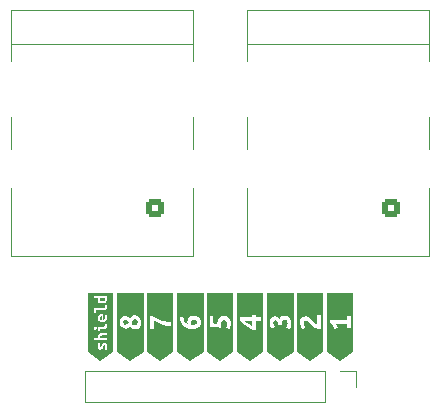
<source format=gto>
%TF.GenerationSoftware,KiCad,Pcbnew,(6.0.7)*%
%TF.CreationDate,2022-08-03T23:31:13+02:00*%
%TF.ProjectId,rj45-pinheader-breakout,726a3435-2d70-4696-9e68-65616465722d,rev?*%
%TF.SameCoordinates,Original*%
%TF.FileFunction,Legend,Top*%
%TF.FilePolarity,Positive*%
%FSLAX46Y46*%
G04 Gerber Fmt 4.6, Leading zero omitted, Abs format (unit mm)*
G04 Created by KiCad (PCBNEW (6.0.7)) date 2022-08-03 23:31:13*
%MOMM*%
%LPD*%
G01*
G04 APERTURE LIST*
G04 Aperture macros list*
%AMRoundRect*
0 Rectangle with rounded corners*
0 $1 Rounding radius*
0 $2 $3 $4 $5 $6 $7 $8 $9 X,Y pos of 4 corners*
0 Add a 4 corners polygon primitive as box body*
4,1,4,$2,$3,$4,$5,$6,$7,$8,$9,$2,$3,0*
0 Add four circle primitives for the rounded corners*
1,1,$1+$1,$2,$3*
1,1,$1+$1,$4,$5*
1,1,$1+$1,$6,$7*
1,1,$1+$1,$8,$9*
0 Add four rect primitives between the rounded corners*
20,1,$1+$1,$2,$3,$4,$5,0*
20,1,$1+$1,$4,$5,$6,$7,0*
20,1,$1+$1,$6,$7,$8,$9,0*
20,1,$1+$1,$8,$9,$2,$3,0*%
G04 Aperture macros list end*
%ADD10C,0.120000*%
%ADD11R,1.700000X1.700000*%
%ADD12O,1.700000X1.700000*%
%ADD13C,3.250000*%
%ADD14RoundRect,0.250500X0.499500X0.499500X-0.499500X0.499500X-0.499500X-0.499500X0.499500X-0.499500X0*%
%ADD15C,1.500000*%
%ADD16C,2.500000*%
%ADD17O,2.500000X4.000000*%
G04 APERTURE END LIST*
G36*
X132850000Y-95297256D02*
G01*
X131761240Y-94571415D01*
X131761240Y-94034840D01*
X132626956Y-94034840D01*
X132631520Y-94113025D01*
X132645212Y-94179303D01*
X132696012Y-94278522D01*
X132770625Y-94335672D01*
X132860319Y-94353928D01*
X132957950Y-94330115D01*
X133022244Y-94269790D01*
X133064312Y-94188828D01*
X133093681Y-94101515D01*
X133112731Y-94043572D01*
X133132575Y-93994359D01*
X133157181Y-93961022D01*
X133192106Y-93949115D01*
X133234175Y-93987215D01*
X133244494Y-94096753D01*
X133225444Y-94224547D01*
X133184169Y-94342815D01*
X133347681Y-94372978D01*
X133387369Y-94263440D01*
X133404037Y-94188034D01*
X133409594Y-94098340D01*
X133405228Y-94010631D01*
X133392131Y-93938003D01*
X133344506Y-93832434D01*
X133273069Y-93774490D01*
X133185756Y-93757028D01*
X133086537Y-93780840D01*
X133019862Y-93841959D01*
X132976206Y-93925303D01*
X132944456Y-94014203D01*
X132924612Y-94070559D01*
X132903181Y-94116597D01*
X132878575Y-94148347D01*
X132847619Y-94160253D01*
X132808725Y-94134059D01*
X132790469Y-94033253D01*
X132808725Y-93904665D01*
X132834919Y-93820528D01*
X132669819Y-93790365D01*
X132638069Y-93899109D01*
X132629734Y-93964395D01*
X132626956Y-94034840D01*
X131761240Y-94034840D01*
X131761240Y-93369678D01*
X132290406Y-93369678D01*
X132323744Y-93564940D01*
X133392131Y-93564940D01*
X133392131Y-93369678D01*
X132817456Y-93369678D01*
X132806344Y-93327609D01*
X132799994Y-93274428D01*
X132846031Y-93183940D01*
X132906753Y-93166081D01*
X132996844Y-93160128D01*
X133392131Y-93160128D01*
X133392131Y-92964865D01*
X132971444Y-92964865D01*
X132898617Y-92968437D01*
X132832537Y-92979153D01*
X132724587Y-93026778D01*
X132654737Y-93115678D01*
X132636283Y-93177987D01*
X132630131Y-93253790D01*
X132637275Y-93312528D01*
X132652356Y-93369678D01*
X132290406Y-93369678D01*
X131761240Y-93369678D01*
X131761240Y-92814053D01*
X132646006Y-92814053D01*
X132807931Y-92814053D01*
X132807931Y-92607678D01*
X133082569Y-92607678D01*
X133155991Y-92604503D01*
X133220681Y-92594978D01*
X133323075Y-92551322D01*
X133387369Y-92468772D01*
X133404037Y-92411026D01*
X133409594Y-92340978D01*
X133399275Y-92243347D01*
X133360381Y-92129840D01*
X133203219Y-92155240D01*
X133232587Y-92240965D01*
X133239731Y-92306053D01*
X133207187Y-92387809D01*
X133107969Y-92412415D01*
X132646006Y-92412415D01*
X132646006Y-92814053D01*
X131761240Y-92814053D01*
X131761240Y-92544178D01*
X132306281Y-92544178D01*
X132339619Y-92630697D01*
X132431694Y-92666415D01*
X132522181Y-92630697D01*
X132555519Y-92544178D01*
X132522181Y-92456865D01*
X132431694Y-92420353D01*
X132339619Y-92456865D01*
X132306281Y-92544178D01*
X131761240Y-92544178D01*
X131761240Y-91675815D01*
X132626956Y-91675815D01*
X132633306Y-91741697D01*
X132652356Y-91805990D01*
X132683908Y-91865918D01*
X132727762Y-91918703D01*
X132783920Y-91963153D01*
X132852381Y-91998078D01*
X132932947Y-92020700D01*
X133025419Y-92028240D01*
X133114716Y-92021097D01*
X133192106Y-91999665D01*
X133257789Y-91964939D01*
X133311962Y-91917909D01*
X133354428Y-91859172D01*
X133384987Y-91789322D01*
X133403442Y-91708954D01*
X133409594Y-91618665D01*
X133397687Y-91490078D01*
X133368319Y-91382128D01*
X133201631Y-91409115D01*
X133227031Y-91498809D01*
X133239731Y-91610728D01*
X133229214Y-91697247D01*
X133197662Y-91766303D01*
X133147855Y-91811547D01*
X133082569Y-91826628D01*
X133082569Y-91342440D01*
X133049231Y-91340059D01*
X133009544Y-91339265D01*
X132894626Y-91348790D01*
X132799641Y-91377365D01*
X132724587Y-91424990D01*
X132670348Y-91490960D01*
X132637804Y-91574568D01*
X132626956Y-91675815D01*
X131761240Y-91675815D01*
X131761240Y-91226553D01*
X132299931Y-91226553D01*
X132461856Y-91226553D01*
X132461856Y-91020178D01*
X133095269Y-91020178D01*
X133230802Y-91004700D01*
X133329425Y-90958265D01*
X133389552Y-90878097D01*
X133409594Y-90761415D01*
X133403244Y-90673309D01*
X133388163Y-90607428D01*
X133371494Y-90563772D01*
X133360381Y-90542340D01*
X133203219Y-90567740D01*
X133223856Y-90620128D01*
X133239731Y-90718553D01*
X133212744Y-90794753D01*
X133109556Y-90824915D01*
X132299931Y-90824915D01*
X132299931Y-91226553D01*
X131761240Y-91226553D01*
X131761240Y-89807328D01*
X132290406Y-89807328D01*
X132323744Y-90002590D01*
X132663469Y-90002590D01*
X132638862Y-90069265D01*
X132630131Y-90147053D01*
X132641861Y-90237452D01*
X132677051Y-90311800D01*
X132735700Y-90370097D01*
X132814634Y-90411989D01*
X132910678Y-90437124D01*
X133023831Y-90445503D01*
X133134956Y-90435537D01*
X133229148Y-90405639D01*
X133306406Y-90355809D01*
X133363733Y-90286576D01*
X133398128Y-90198470D01*
X133409594Y-90091490D01*
X133406816Y-90016084D01*
X133398481Y-89939090D01*
X133385781Y-89867256D01*
X133369906Y-89807328D01*
X132290406Y-89807328D01*
X131761240Y-89807328D01*
X131761240Y-89542744D01*
X133938760Y-89542744D01*
X133938760Y-94571415D01*
X132850000Y-95297256D01*
G37*
G36*
X133239731Y-90045453D02*
G01*
X133241319Y-90089903D01*
X133225444Y-90161142D01*
X133177819Y-90209759D01*
X133105191Y-90237739D01*
X133014306Y-90247065D01*
X132921834Y-90239128D01*
X132853969Y-90215315D01*
X132812297Y-90174040D01*
X132798406Y-90113715D01*
X132807137Y-90053390D01*
X132828569Y-90002590D01*
X133234969Y-90002590D01*
X133239731Y-90045453D01*
G37*
G36*
X132947631Y-91826628D02*
G01*
X132888894Y-91813134D01*
X132838094Y-91784559D01*
X132803169Y-91738522D01*
X132790469Y-91672640D01*
X132803962Y-91605965D01*
X132839681Y-91561515D01*
X132889687Y-91536115D01*
X132947631Y-91528178D01*
X132947631Y-91826628D01*
G37*
G36*
X135390000Y-95295817D02*
G01*
X134259766Y-94542328D01*
X134259766Y-92039088D01*
X134491277Y-92039088D01*
X134503084Y-92182162D01*
X134538505Y-92300232D01*
X134657964Y-92469698D01*
X134820484Y-92562765D01*
X134994117Y-92591935D01*
X135194142Y-92547485D01*
X135285820Y-92483588D01*
X135371942Y-92380798D01*
X135467440Y-92494006D01*
X135576134Y-92572488D01*
X135695246Y-92618327D01*
X135821998Y-92633607D01*
X136017856Y-92591935D01*
X136165097Y-92473865D01*
X136256775Y-92290509D01*
X136280736Y-92177647D01*
X136288723Y-92052979D01*
X136277611Y-91899487D01*
X136244273Y-91772388D01*
X136131759Y-91587643D01*
X135977573Y-91484852D01*
X135808108Y-91452904D01*
X135683092Y-91469225D01*
X135569189Y-91518190D01*
X135465009Y-91606742D01*
X135369164Y-91741829D01*
X135282000Y-91633482D01*
X135176084Y-91558473D01*
X135059750Y-91514717D01*
X134941333Y-91500132D01*
X134756587Y-91536595D01*
X134613514Y-91645984D01*
X134521836Y-91817185D01*
X134491277Y-92039088D01*
X134259766Y-92039088D01*
X134259766Y-89544183D01*
X136520234Y-89544183D01*
X136520234Y-94542328D01*
X135390000Y-95295817D01*
G37*
G36*
X135945625Y-91848787D02*
G01*
X136005355Y-92047423D01*
X135948403Y-92234946D01*
X135780327Y-92314123D01*
X135628919Y-92272451D01*
X135485845Y-92152991D01*
X135559466Y-91980748D01*
X135628919Y-91862677D01*
X135705317Y-91796002D01*
X135802552Y-91775166D01*
X135945625Y-91848787D01*
G37*
G36*
X135117744Y-91858510D02*
G01*
X135258039Y-91980748D01*
X135192753Y-92117570D01*
X135130245Y-92205776D01*
X134971892Y-92269673D01*
X134824652Y-92201609D01*
X134774645Y-92044644D01*
X134823262Y-91887680D01*
X134969114Y-91822394D01*
X135117744Y-91858510D01*
G37*
G36*
X137930000Y-95282852D02*
G01*
X136838660Y-94555292D01*
X136838660Y-92617401D01*
X137070170Y-92617401D01*
X137353539Y-92617401D01*
X137353539Y-91895089D01*
X137490709Y-91972182D01*
X137652187Y-92053442D01*
X137831029Y-92133660D01*
X138020289Y-92207628D01*
X138215800Y-92273261D01*
X138413394Y-92328476D01*
X138606821Y-92368064D01*
X138789830Y-92386817D01*
X138789830Y-92039551D01*
X138567232Y-92014201D01*
X138343941Y-91965931D01*
X138126900Y-91901339D01*
X137923055Y-91827025D01*
X137736226Y-91745417D01*
X137570233Y-91658948D01*
X137432021Y-91573521D01*
X137328536Y-91495039D01*
X137070170Y-91495039D01*
X137070170Y-92617401D01*
X136838660Y-92617401D01*
X136838660Y-89557148D01*
X139021340Y-89557148D01*
X139021340Y-94555292D01*
X137930000Y-95282852D01*
G37*
G36*
X140470000Y-95290724D02*
G01*
X139355046Y-94547421D01*
X139355046Y-91580235D01*
X139586556Y-91580235D01*
X139603225Y-91803179D01*
X139653231Y-92005288D01*
X139735880Y-92183088D01*
X139850478Y-92333106D01*
X139996330Y-92453608D01*
X140172741Y-92542855D01*
X140379016Y-92598070D01*
X140614463Y-92616475D01*
X140845819Y-92599652D01*
X141032416Y-92549183D01*
X141174255Y-92465067D01*
X141273804Y-92348849D01*
X141333534Y-92202072D01*
X141353444Y-92024735D01*
X141339900Y-91892774D01*
X141299270Y-91780260D01*
X141158975Y-91610794D01*
X140970063Y-91512170D01*
X140767259Y-91480222D01*
X140556122Y-91509392D01*
X140381100Y-91605238D01*
X140261641Y-91776092D01*
X140228303Y-91891732D01*
X140217191Y-92030291D01*
X140229692Y-92119191D01*
X140264419Y-92221981D01*
X140083841Y-92126136D01*
X139965770Y-91971950D01*
X139900484Y-91777481D01*
X139878259Y-91560788D01*
X139586556Y-91580235D01*
X139355046Y-91580235D01*
X139355046Y-89549276D01*
X141584954Y-89549276D01*
X141584954Y-94547421D01*
X140470000Y-95290724D01*
G37*
G36*
X140870050Y-91826099D02*
G01*
X140961728Y-91864992D01*
X141031181Y-91933056D01*
X141058963Y-92033069D01*
X141024236Y-92153917D01*
X140931169Y-92230316D01*
X140799208Y-92269210D01*
X140645022Y-92280322D01*
X140592238Y-92278933D01*
X140542231Y-92274766D01*
X140511672Y-92183088D01*
X140500559Y-92074741D01*
X140518270Y-91951809D01*
X140571402Y-91871938D01*
X140772816Y-91813597D01*
X140870050Y-91826099D01*
G37*
G36*
X143010000Y-95288872D02*
G01*
X141900602Y-94549273D01*
X141900602Y-92419691D01*
X142132112Y-92419691D01*
X142344292Y-92430109D01*
X142564111Y-92444694D01*
X142790181Y-92464141D01*
X143021112Y-92489144D01*
X143027016Y-92298148D01*
X143044727Y-92147435D01*
X143111402Y-91946021D01*
X143214192Y-91851565D01*
X143346153Y-91827951D01*
X143437831Y-91841841D01*
X143517008Y-91893237D01*
X143573959Y-91996027D01*
X143596184Y-92161326D01*
X143589934Y-92291203D01*
X143571181Y-92397466D01*
X143515619Y-92553041D01*
X143798987Y-92622494D01*
X143829547Y-92543318D01*
X143858717Y-92428026D01*
X143879553Y-92294676D01*
X143887887Y-92158548D01*
X143877470Y-91999500D01*
X143846216Y-91861288D01*
X143796209Y-91743912D01*
X143729534Y-91647373D01*
X143553123Y-91519579D01*
X143332262Y-91477907D01*
X143171131Y-91496736D01*
X143035929Y-91553225D01*
X142926656Y-91647373D01*
X142843930Y-91779797D01*
X142788367Y-91951114D01*
X142759969Y-92161326D01*
X142601616Y-92147435D01*
X142415481Y-92133544D01*
X142415481Y-91541804D01*
X142132112Y-91541804D01*
X142132112Y-92419691D01*
X141900602Y-92419691D01*
X141900602Y-89551128D01*
X144119398Y-89551128D01*
X144119398Y-94549273D01*
X143010000Y-95288872D01*
G37*
G36*
X145550000Y-95282852D02*
G01*
X144458660Y-94555292D01*
X144458660Y-91925648D01*
X144690170Y-91925648D01*
X144808588Y-92036773D01*
X144941591Y-92147898D01*
X145082928Y-92256245D01*
X145226348Y-92359036D01*
X145369075Y-92454881D01*
X145508328Y-92542392D01*
X145638553Y-92618096D01*
X145754192Y-92678520D01*
X146004223Y-92678520D01*
X146004223Y-91961764D01*
X146409830Y-91961764D01*
X146409830Y-91620054D01*
X146004223Y-91620054D01*
X146004223Y-91433920D01*
X145723633Y-91433920D01*
X145723633Y-91620054D01*
X144690170Y-91620054D01*
X144690170Y-91925648D01*
X144458660Y-91925648D01*
X144458660Y-89557148D01*
X146641340Y-89557148D01*
X146641340Y-94555292D01*
X145550000Y-95282852D01*
G37*
G36*
X145723633Y-92350701D02*
G01*
X145565280Y-92267357D01*
X145405537Y-92168734D01*
X145254130Y-92064554D01*
X145118002Y-91961764D01*
X145723633Y-91961764D01*
X145723633Y-92350701D01*
G37*
G36*
X148090000Y-95295354D02*
G01*
X146961155Y-94542791D01*
X146961155Y-92104837D01*
X147192666Y-92104837D01*
X147205514Y-92252425D01*
X147244061Y-92384039D01*
X147345462Y-92582675D01*
X147595494Y-92460437D01*
X147516317Y-92295139D01*
X147484369Y-92102059D01*
X147538542Y-91945095D01*
X147687172Y-91888143D01*
X147792741Y-91914536D01*
X147859416Y-91982600D01*
X147895531Y-92077056D01*
X147906644Y-92182625D01*
X147906644Y-92310418D01*
X148190012Y-92310418D01*
X148190012Y-92204850D01*
X148203556Y-92052747D01*
X148244186Y-91929815D01*
X148318848Y-91848555D01*
X148434487Y-91821468D01*
X148620622Y-91892311D01*
X148676879Y-91989198D01*
X148695631Y-92138175D01*
X148687991Y-92269788D01*
X148665072Y-92381261D01*
X148606731Y-92546559D01*
X148892878Y-92613234D01*
X148923438Y-92527112D01*
X148953997Y-92406264D01*
X148977611Y-92270136D01*
X148987334Y-92135397D01*
X148977264Y-91974960D01*
X148947052Y-91838137D01*
X148898434Y-91724234D01*
X148833148Y-91632556D01*
X148659516Y-91513097D01*
X148440044Y-91474203D01*
X148300443Y-91492608D01*
X148181678Y-91547823D01*
X148086527Y-91636376D01*
X148017769Y-91754793D01*
X147873306Y-91599218D01*
X147676059Y-91540878D01*
X147484369Y-91574215D01*
X147330183Y-91677006D01*
X147228781Y-91853417D01*
X147201695Y-91969751D01*
X147192666Y-92104837D01*
X146961155Y-92104837D01*
X146961155Y-89544646D01*
X149218845Y-89544646D01*
X149218845Y-94542791D01*
X148090000Y-95295354D01*
G37*
G36*
X150630000Y-95289335D02*
G01*
X149519213Y-94548810D01*
X149519213Y-92084464D01*
X149750723Y-92084464D01*
X149764614Y-92229274D01*
X149806286Y-92374778D01*
X149877128Y-92511948D01*
X149978530Y-92631755D01*
X150217448Y-92462289D01*
X150086877Y-92287267D01*
X150047983Y-92117802D01*
X150104934Y-91956670D01*
X150267455Y-91892774D01*
X150414695Y-91944169D01*
X150564714Y-92074741D01*
X150644238Y-92156695D01*
X150727234Y-92244206D01*
X150815440Y-92331717D01*
X150910591Y-92413672D01*
X151013729Y-92485903D01*
X151125895Y-92544244D01*
X151248133Y-92582790D01*
X151381483Y-92595639D01*
X151439823Y-92597028D01*
X151509277Y-92590083D01*
X151509277Y-91467720D01*
X151225908Y-91467720D01*
X151225908Y-92206702D01*
X151134230Y-92177531D01*
X151035606Y-92106689D01*
X150941150Y-92017789D01*
X150861973Y-91934445D01*
X150723067Y-91792761D01*
X150573048Y-91667745D01*
X150413306Y-91578845D01*
X150242452Y-91545508D01*
X150027147Y-91589958D01*
X149872961Y-91709417D01*
X149781283Y-91881661D01*
X149750723Y-92084464D01*
X149519213Y-92084464D01*
X149519213Y-89550665D01*
X151740787Y-89550665D01*
X151740787Y-94548810D01*
X150630000Y-95289335D01*
G37*
G36*
X153170000Y-95282852D02*
G01*
X152078660Y-94555292D01*
X152078660Y-92060387D01*
X152310170Y-92060387D01*
X152418517Y-92179847D01*
X152518530Y-92327087D01*
X152604652Y-92482662D01*
X152668548Y-92627125D01*
X152951917Y-92516000D01*
X152883853Y-92346534D01*
X152785230Y-92168734D01*
X153746461Y-92168734D01*
X153746461Y-92529890D01*
X154029830Y-92529890D01*
X154029830Y-91485315D01*
X153746461Y-91485315D01*
X153746461Y-91827025D01*
X152310170Y-91827025D01*
X152310170Y-92060387D01*
X152078660Y-92060387D01*
X152078660Y-89557148D01*
X154261340Y-89557148D01*
X154261340Y-94555292D01*
X153170000Y-95282852D01*
G37*
D10*
X151890000Y-96170000D02*
X151890000Y-98830000D01*
X151890000Y-98830000D02*
X131510000Y-98830000D01*
X153160000Y-96170000D02*
X154490000Y-96170000D01*
X131510000Y-96170000D02*
X131510000Y-98830000D01*
X151890000Y-96170000D02*
X131510000Y-96170000D01*
X154490000Y-96170000D02*
X154490000Y-97500000D01*
X140700000Y-69900000D02*
X140700000Y-65600000D01*
X140700000Y-77400000D02*
X140700000Y-74650000D01*
X140700000Y-86400000D02*
X125300000Y-86400000D01*
X125300000Y-68500000D02*
X140700000Y-68500000D01*
X140700000Y-65600000D02*
X125300000Y-65600000D01*
X125300000Y-77400000D02*
X125300000Y-74650000D01*
X125300000Y-65600000D02*
X125300000Y-69900000D01*
X140700000Y-86400000D02*
X140700000Y-80650000D01*
X125300000Y-86400000D02*
X125300000Y-80650000D01*
X160700000Y-69900000D02*
X160700000Y-65600000D01*
X145300000Y-77400000D02*
X145300000Y-74650000D01*
X160700000Y-65600000D02*
X145300000Y-65600000D01*
X160700000Y-86400000D02*
X145300000Y-86400000D01*
X160700000Y-77400000D02*
X160700000Y-74650000D01*
X145300000Y-86400000D02*
X145300000Y-80650000D01*
X145300000Y-68500000D02*
X160700000Y-68500000D01*
X145300000Y-65600000D02*
X145300000Y-69900000D01*
X160700000Y-86400000D02*
X160700000Y-80650000D01*
%LPC*%
D11*
X153160000Y-97500000D03*
D12*
X150620000Y-97500000D03*
X148080000Y-97500000D03*
X145540000Y-97500000D03*
X143000000Y-97500000D03*
X140460000Y-97500000D03*
X137920000Y-97500000D03*
X135380000Y-97500000D03*
X132840000Y-97500000D03*
D13*
X127285000Y-76050000D03*
X138715000Y-76050000D03*
D14*
X137445000Y-82400000D03*
D15*
X136185000Y-84940000D03*
X134905000Y-82400000D03*
X133645000Y-84940000D03*
X132365000Y-82400000D03*
X131105000Y-84940000D03*
X129825000Y-82400000D03*
X128565000Y-84940000D03*
D16*
X140850000Y-79098000D03*
D17*
X125150000Y-72240000D03*
D16*
X125150000Y-79098000D03*
D17*
X140850000Y-72240000D03*
D13*
X158715000Y-76050000D03*
X147285000Y-76050000D03*
D14*
X157445000Y-82400000D03*
D15*
X156185000Y-84940000D03*
X154905000Y-82400000D03*
X153645000Y-84940000D03*
X152365000Y-82400000D03*
X151105000Y-84940000D03*
X149825000Y-82400000D03*
X148565000Y-84940000D03*
D17*
X145150000Y-72240000D03*
D16*
X145150000Y-79098000D03*
D17*
X160850000Y-72240000D03*
D16*
X160850000Y-79098000D03*
M02*

</source>
